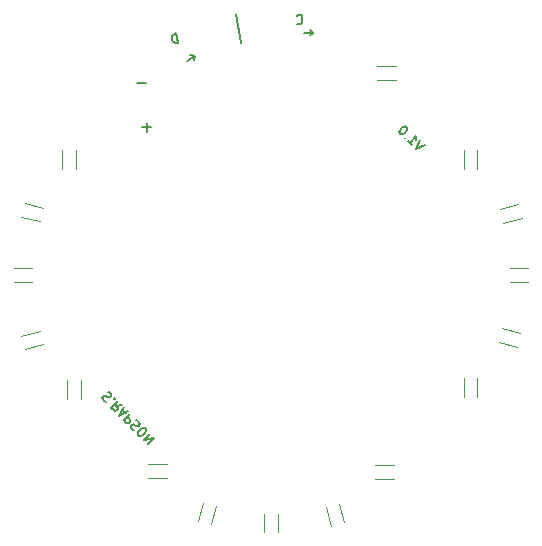
<source format=gbr>
%TF.GenerationSoftware,KiCad,Pcbnew,7.0.6*%
%TF.CreationDate,2023-08-09T16:46:25+09:30*%
%TF.ProjectId,interior-lighting,696e7465-7269-46f7-922d-6c6967687469,V1.0*%
%TF.SameCoordinates,Original*%
%TF.FileFunction,Legend,Bot*%
%TF.FilePolarity,Positive*%
%FSLAX46Y46*%
G04 Gerber Fmt 4.6, Leading zero omitted, Abs format (unit mm)*
G04 Created by KiCad (PCBNEW 7.0.6) date 2023-08-09 16:46:25*
%MOMM*%
%LPD*%
G01*
G04 APERTURE LIST*
%ADD10C,0.200000*%
%ADD11C,0.150000*%
%ADD12C,0.100000*%
G04 APERTURE END LIST*
D10*
X86180049Y-109887090D02*
X86287799Y-109940965D01*
X86287799Y-109940965D02*
X86422486Y-110075652D01*
X86422486Y-110075652D02*
X86449423Y-110156464D01*
X86449423Y-110156464D02*
X86449423Y-110210339D01*
X86449423Y-110210339D02*
X86422486Y-110291151D01*
X86422486Y-110291151D02*
X86368611Y-110345026D01*
X86368611Y-110345026D02*
X86287799Y-110371963D01*
X86287799Y-110371963D02*
X86233924Y-110371963D01*
X86233924Y-110371963D02*
X86153112Y-110345026D01*
X86153112Y-110345026D02*
X86018425Y-110264213D01*
X86018425Y-110264213D02*
X85937612Y-110237276D01*
X85937612Y-110237276D02*
X85883738Y-110237276D01*
X85883738Y-110237276D02*
X85802925Y-110264213D01*
X85802925Y-110264213D02*
X85749051Y-110318088D01*
X85749051Y-110318088D02*
X85722113Y-110398901D01*
X85722113Y-110398901D02*
X85722113Y-110452775D01*
X85722113Y-110452775D02*
X85749051Y-110533588D01*
X85749051Y-110533588D02*
X85883738Y-110668275D01*
X85883738Y-110668275D02*
X85991487Y-110722149D01*
X86718797Y-110479713D02*
X86772672Y-110479713D01*
X86772672Y-110479713D02*
X86772672Y-110425838D01*
X86772672Y-110425838D02*
X86718797Y-110425838D01*
X86718797Y-110425838D02*
X86718797Y-110479713D01*
X86718797Y-110479713D02*
X86772672Y-110425838D01*
X87365295Y-111018461D02*
X86907359Y-111099273D01*
X87042046Y-110695212D02*
X86476360Y-111260897D01*
X86476360Y-111260897D02*
X86691860Y-111476396D01*
X86691860Y-111476396D02*
X86772672Y-111503334D01*
X86772672Y-111503334D02*
X86826547Y-111503334D01*
X86826547Y-111503334D02*
X86907359Y-111476396D01*
X86907359Y-111476396D02*
X86988171Y-111395584D01*
X86988171Y-111395584D02*
X87015108Y-111314772D01*
X87015108Y-111314772D02*
X87015108Y-111260897D01*
X87015108Y-111260897D02*
X86988171Y-111180085D01*
X86988171Y-111180085D02*
X86772672Y-110964586D01*
X87419169Y-111395584D02*
X87688543Y-111664958D01*
X87526919Y-111180085D02*
X87149795Y-111934332D01*
X87149795Y-111934332D02*
X87904043Y-111557209D01*
X88092604Y-111745770D02*
X87526919Y-112311456D01*
X87526919Y-112311456D02*
X87742418Y-112526955D01*
X87742418Y-112526955D02*
X87823230Y-112553892D01*
X87823230Y-112553892D02*
X87877105Y-112553892D01*
X87877105Y-112553892D02*
X87957917Y-112526955D01*
X87957917Y-112526955D02*
X88038729Y-112446143D01*
X88038729Y-112446143D02*
X88065667Y-112365330D01*
X88065667Y-112365330D02*
X88065667Y-112311456D01*
X88065667Y-112311456D02*
X88038729Y-112230643D01*
X88038729Y-112230643D02*
X87823230Y-112015144D01*
X88604415Y-112311456D02*
X88712164Y-112365330D01*
X88712164Y-112365330D02*
X88846851Y-112500017D01*
X88846851Y-112500017D02*
X88873789Y-112580830D01*
X88873789Y-112580830D02*
X88873789Y-112634704D01*
X88873789Y-112634704D02*
X88846851Y-112715517D01*
X88846851Y-112715517D02*
X88792977Y-112769392D01*
X88792977Y-112769392D02*
X88712164Y-112796329D01*
X88712164Y-112796329D02*
X88658290Y-112796329D01*
X88658290Y-112796329D02*
X88577477Y-112769392D01*
X88577477Y-112769392D02*
X88442790Y-112688579D01*
X88442790Y-112688579D02*
X88361978Y-112661642D01*
X88361978Y-112661642D02*
X88308103Y-112661642D01*
X88308103Y-112661642D02*
X88227291Y-112688579D01*
X88227291Y-112688579D02*
X88173416Y-112742454D01*
X88173416Y-112742454D02*
X88146479Y-112823266D01*
X88146479Y-112823266D02*
X88146479Y-112877141D01*
X88146479Y-112877141D02*
X88173416Y-112957953D01*
X88173416Y-112957953D02*
X88308103Y-113092640D01*
X88308103Y-113092640D02*
X88415853Y-113146515D01*
X88739102Y-113523639D02*
X88846852Y-113631389D01*
X88846852Y-113631389D02*
X88927664Y-113658326D01*
X88927664Y-113658326D02*
X89035413Y-113658326D01*
X89035413Y-113658326D02*
X89170100Y-113577514D01*
X89170100Y-113577514D02*
X89358662Y-113388952D01*
X89358662Y-113388952D02*
X89439474Y-113254265D01*
X89439474Y-113254265D02*
X89439474Y-113146515D01*
X89439474Y-113146515D02*
X89412537Y-113065703D01*
X89412537Y-113065703D02*
X89304787Y-112957953D01*
X89304787Y-112957953D02*
X89223975Y-112931016D01*
X89223975Y-112931016D02*
X89116226Y-112931016D01*
X89116226Y-112931016D02*
X88981539Y-113011828D01*
X88981539Y-113011828D02*
X88792977Y-113200390D01*
X88792977Y-113200390D02*
X88712165Y-113335077D01*
X88712165Y-113335077D02*
X88712165Y-113442827D01*
X88712165Y-113442827D02*
X88739102Y-113523639D01*
X89789660Y-113442827D02*
X89223975Y-114008512D01*
X89223975Y-114008512D02*
X90112909Y-113766075D01*
X90112909Y-113766075D02*
X89547224Y-114331761D01*
X113004265Y-88969728D02*
X112250017Y-89346851D01*
X112250017Y-89346851D02*
X112627141Y-88592604D01*
X111576583Y-88673417D02*
X111899831Y-88996665D01*
X111738207Y-88835041D02*
X112303892Y-88269356D01*
X112303892Y-88269356D02*
X112276955Y-88404043D01*
X112276955Y-88404043D02*
X112276955Y-88511792D01*
X112276955Y-88511792D02*
X112303892Y-88592604D01*
X111388021Y-88377105D02*
X111334146Y-88377105D01*
X111334146Y-88377105D02*
X111334146Y-88430980D01*
X111334146Y-88430980D02*
X111388021Y-88430980D01*
X111388021Y-88430980D02*
X111388021Y-88377105D01*
X111388021Y-88377105D02*
X111334146Y-88430980D01*
X111522708Y-87488171D02*
X111468833Y-87434296D01*
X111468833Y-87434296D02*
X111388021Y-87407359D01*
X111388021Y-87407359D02*
X111334146Y-87407359D01*
X111334146Y-87407359D02*
X111253334Y-87434296D01*
X111253334Y-87434296D02*
X111118647Y-87515108D01*
X111118647Y-87515108D02*
X110983960Y-87649795D01*
X110983960Y-87649795D02*
X110903148Y-87784482D01*
X110903148Y-87784482D02*
X110876210Y-87865295D01*
X110876210Y-87865295D02*
X110876210Y-87919169D01*
X110876210Y-87919169D02*
X110903148Y-87999982D01*
X110903148Y-87999982D02*
X110957023Y-88053856D01*
X110957023Y-88053856D02*
X111037835Y-88080794D01*
X111037835Y-88080794D02*
X111091710Y-88080794D01*
X111091710Y-88080794D02*
X111172522Y-88053856D01*
X111172522Y-88053856D02*
X111307209Y-87973044D01*
X111307209Y-87973044D02*
X111441896Y-87838357D01*
X111441896Y-87838357D02*
X111522708Y-87703670D01*
X111522708Y-87703670D02*
X111549645Y-87622858D01*
X111549645Y-87622858D02*
X111549645Y-87568983D01*
X111549645Y-87568983D02*
X111522708Y-87488171D01*
D11*
X93175000Y-81375000D02*
X93525000Y-81425000D01*
X93475000Y-81775000D02*
X93525000Y-81425000D01*
X93525000Y-81425000D02*
X93475000Y-81775000D01*
X92925000Y-81925000D02*
X93525000Y-81425000D01*
X93525000Y-81425000D02*
X92925000Y-81925000D01*
X97050000Y-77900000D02*
X97450000Y-80350000D01*
D10*
X92160888Y-80328739D02*
X91953832Y-79555998D01*
X91953832Y-79555998D02*
X91769847Y-79605297D01*
X91769847Y-79605297D02*
X91669315Y-79671674D01*
X91669315Y-79671674D02*
X91615440Y-79764987D01*
X91615440Y-79764987D02*
X91598362Y-79848442D01*
X91598362Y-79848442D02*
X91601004Y-80005490D01*
X91601004Y-80005490D02*
X91630584Y-80115882D01*
X91630584Y-80115882D02*
X91706820Y-80253211D01*
X91706820Y-80253211D02*
X91763337Y-80316945D01*
X91763337Y-80316945D02*
X91856651Y-80370820D01*
X91856651Y-80370820D02*
X91976902Y-80378038D01*
X91976902Y-80378038D02*
X92160888Y-80328739D01*
X102170802Y-78715504D02*
X102208898Y-78753600D01*
X102208898Y-78753600D02*
X102323183Y-78791695D01*
X102323183Y-78791695D02*
X102399374Y-78791695D01*
X102399374Y-78791695D02*
X102513660Y-78753600D01*
X102513660Y-78753600D02*
X102589850Y-78677409D01*
X102589850Y-78677409D02*
X102627945Y-78601219D01*
X102627945Y-78601219D02*
X102666041Y-78448838D01*
X102666041Y-78448838D02*
X102666041Y-78334552D01*
X102666041Y-78334552D02*
X102627945Y-78182171D01*
X102627945Y-78182171D02*
X102589850Y-78105980D01*
X102589850Y-78105980D02*
X102513660Y-78029790D01*
X102513660Y-78029790D02*
X102399374Y-77991695D01*
X102399374Y-77991695D02*
X102323183Y-77991695D01*
X102323183Y-77991695D02*
X102208898Y-78029790D01*
X102208898Y-78029790D02*
X102170802Y-78067885D01*
D11*
X103575000Y-79475000D02*
X103325000Y-79725000D01*
X103325000Y-79225000D02*
X103575000Y-79475000D01*
X103575000Y-79475000D02*
X103325000Y-79225000D01*
X102775000Y-79475000D02*
X103575000Y-79475000D01*
D10*
X89380326Y-83736266D02*
X88618422Y-83736266D01*
X89880326Y-87486266D02*
X89118422Y-87486266D01*
X89499374Y-87867219D02*
X89499374Y-87105314D01*
D12*
%TO.C,C21*%
X83485000Y-89400000D02*
X83485000Y-91000000D01*
X82315000Y-89400000D02*
X82315000Y-91000000D01*
%TO.C,C20*%
X79178668Y-93927878D02*
X80724150Y-94341989D01*
X78875850Y-95058011D02*
X80421332Y-95472122D01*
%TO.C,C19*%
X78200000Y-99415000D02*
X79800000Y-99415000D01*
X78200000Y-100585000D02*
X79800000Y-100585000D01*
%TO.C,C18*%
X78875850Y-105141989D02*
X80421332Y-104727878D01*
X79178668Y-106272122D02*
X80724150Y-105858011D01*
%TO.C,C17*%
X82715000Y-110500000D02*
X82715000Y-108900000D01*
X83885000Y-110500000D02*
X83885000Y-108900000D01*
%TO.C,C15*%
X89600000Y-116015000D02*
X91200000Y-116015000D01*
X89600000Y-117185000D02*
X91200000Y-117185000D01*
%TO.C,C14*%
X93827878Y-120821332D02*
X94241989Y-119275850D01*
X94958011Y-121124150D02*
X95372122Y-119578668D01*
%TO.C,C13*%
X99415000Y-121800000D02*
X99415000Y-120200000D01*
X100585000Y-121800000D02*
X100585000Y-120200000D01*
%TO.C,C12*%
X105041989Y-121224150D02*
X104627878Y-119678668D01*
X106172122Y-120921332D02*
X105758011Y-119375850D01*
%TO.C,C11*%
X110400000Y-117285000D02*
X108800000Y-117285000D01*
X110400000Y-116115000D02*
X108800000Y-116115000D01*
%TO.C,C9*%
X116315000Y-110300000D02*
X116315000Y-108700000D01*
X117485000Y-110300000D02*
X117485000Y-108700000D01*
%TO.C,C8*%
X120821332Y-106072122D02*
X119275850Y-105658011D01*
X121124150Y-104941989D02*
X119578668Y-104527878D01*
%TO.C,C7*%
X121800000Y-100585000D02*
X120200000Y-100585000D01*
X121800000Y-99415000D02*
X120200000Y-99415000D01*
%TO.C,C6*%
X121224150Y-95158011D02*
X119678668Y-95572122D01*
X120921332Y-94027878D02*
X119375850Y-94441989D01*
%TO.C,C5*%
X117485000Y-89400000D02*
X117485000Y-91000000D01*
X116315000Y-89400000D02*
X116315000Y-91000000D01*
%TO.C,C3*%
X110600000Y-83485000D02*
X109000000Y-83485000D01*
X110600000Y-82315000D02*
X109000000Y-82315000D01*
%TD*%
M02*

</source>
